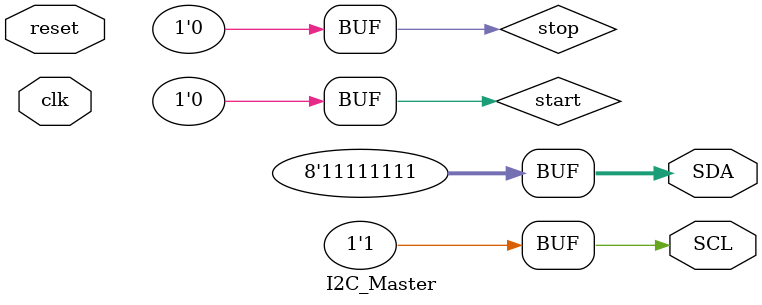
<source format=v>
`timescale 1ns / 1ps

module I2C_Master(
    input        clk,
    input        reset,
    output       SCL,
    output [7:0] SDA
    );

    localparam IDLE = 1, WRITE_PHASE = 2, READ_PHASE = 3;
    reg [1:0] state, state_next;
  
    assign SDA = 8'hff;
    assign SCL = 1'b1;
    assign start = ~SDA[7] && SCL;
    assign stop  = SDA[7]  && ~SCL;

    always @(posedge clk, posedge reset) begin
        if (reset) begin
            state <= IDLE;
        end else begin
            state <= state_next;
        end
    end

    always @(*) begin
        state_next = state;
        case(state)
            IDLE : begin
                if(start) begin
                    if(SDA[0] == 1) begin
                        state_next = READ_PHASE;
                    end else begin
                        state_next = WRITE_PHASE;
                    end
                end 
            end
            WRITE_PHASE : begin 
            end
            READ_PHASE  : begin 
            end
        endcase
    end
endmodule

</source>
